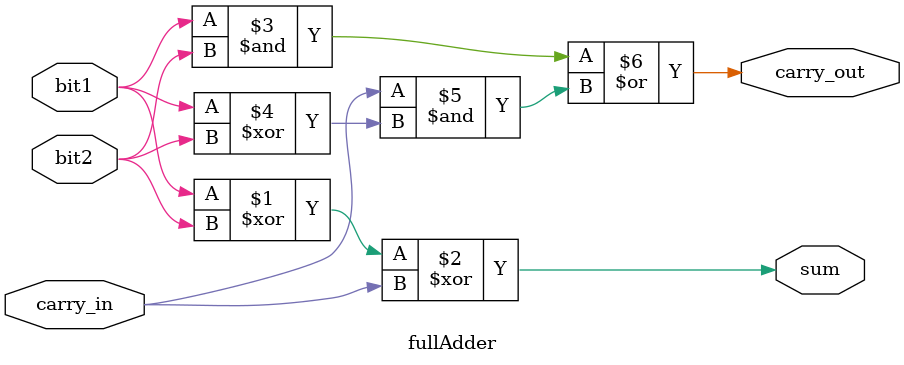
<source format=sv>
module fullAdder(input logic bit1, input logic bit2, input logic carry_in, output logic sum, output logic carry_out);
    assign sum = bit1 ^ bit2 ^ carry_in;
    assign carry_out = (bit1 & bit2) | (carry_in & (bit1 ^ bit2));
endmodule
</source>
